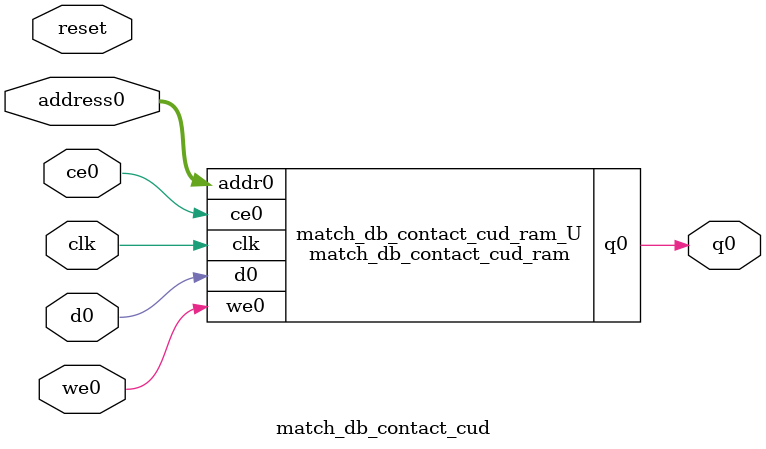
<source format=v>

`timescale 1 ns / 1 ps
module match_db_contact_cud_ram (addr0, ce0, d0, we0, q0,  clk);

parameter DWIDTH = 1;
parameter AWIDTH = 7;
parameter MEM_SIZE = 128;

input[AWIDTH-1:0] addr0;
input ce0;
input[DWIDTH-1:0] d0;
input we0;
output reg[DWIDTH-1:0] q0;
input clk;

(* ram_style = "distributed" *)reg [DWIDTH-1:0] ram[0:MEM_SIZE-1];




always @(posedge clk)  
begin 
    if (ce0) 
    begin
        if (we0) 
        begin 
            ram[addr0] <= d0; 
            q0 <= d0;
        end 
        else 
            q0 <= ram[addr0];
    end
end


endmodule


`timescale 1 ns / 1 ps
module match_db_contact_cud(
    reset,
    clk,
    address0,
    ce0,
    we0,
    d0,
    q0);

parameter DataWidth = 32'd1;
parameter AddressRange = 32'd128;
parameter AddressWidth = 32'd7;
input reset;
input clk;
input[AddressWidth - 1:0] address0;
input ce0;
input we0;
input[DataWidth - 1:0] d0;
output[DataWidth - 1:0] q0;



match_db_contact_cud_ram match_db_contact_cud_ram_U(
    .clk( clk ),
    .addr0( address0 ),
    .ce0( ce0 ),
    .d0( d0 ),
    .we0( we0 ),
    .q0( q0 ));

endmodule


</source>
